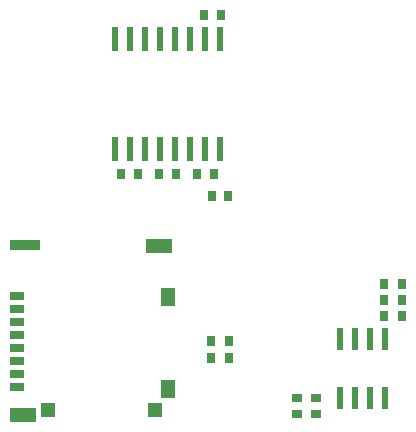
<source format=gbp>
G04*
G04 #@! TF.GenerationSoftware,Altium Limited,CircuitStudio,1.5.2 (30)*
G04*
G04 Layer_Color=16770453*
%FSLAX25Y25*%
%MOIN*%
G70*
G01*
G75*
%ADD10R,0.02323X0.08071*%
%ADD12R,0.03150X0.03543*%
%ADD13R,0.03543X0.03150*%
%ADD24R,0.04882X0.03150*%
%ADD25R,0.09843X0.03740*%
%ADD26R,0.08661X0.04528*%
%ADD27R,0.04921X0.04567*%
%ADD28R,0.04724X0.04567*%
%ADD29R,0.04528X0.05906*%
%ADD30R,0.02323X0.07756*%
%ADD31R,0.02756X0.03543*%
D10*
X302003Y369827D02*
D03*
X297003D02*
D03*
X292003D02*
D03*
X287003D02*
D03*
X282003D02*
D03*
X277003D02*
D03*
X272003D02*
D03*
X267003D02*
D03*
Y333173D02*
D03*
X272003D02*
D03*
X277003D02*
D03*
X282003D02*
D03*
X287003D02*
D03*
X292003D02*
D03*
X297003D02*
D03*
X302003D02*
D03*
D12*
X302259Y377900D02*
D03*
X296747D02*
D03*
X299959Y324800D02*
D03*
X294447D02*
D03*
X304806Y317545D02*
D03*
X299294D02*
D03*
X281747Y324800D02*
D03*
X287259D02*
D03*
X274559Y324800D02*
D03*
X269047D02*
D03*
D13*
X327550Y250300D02*
D03*
Y244789D02*
D03*
X334150Y250300D02*
D03*
Y244789D02*
D03*
D24*
X234430Y284162D02*
D03*
Y279831D02*
D03*
Y275500D02*
D03*
Y271170D02*
D03*
Y266839D02*
D03*
Y262508D02*
D03*
Y258177D02*
D03*
Y253847D02*
D03*
D25*
X236911Y301268D02*
D03*
D26*
X236320Y244615D02*
D03*
X281517Y300874D02*
D03*
D27*
X244785Y246209D02*
D03*
D28*
X280218D02*
D03*
D29*
X284647Y283926D02*
D03*
Y253296D02*
D03*
D30*
X341850Y250300D02*
D03*
X346850D02*
D03*
X351850D02*
D03*
X356850D02*
D03*
Y269789D02*
D03*
X351850D02*
D03*
X346850D02*
D03*
X341850D02*
D03*
D31*
X356844Y288345D02*
D03*
X362750D02*
D03*
X356844Y283045D02*
D03*
X362750D02*
D03*
X356844Y277745D02*
D03*
X362750D02*
D03*
X298944Y263600D02*
D03*
X304850D02*
D03*
X298944Y269200D02*
D03*
X304850D02*
D03*
M02*

</source>
